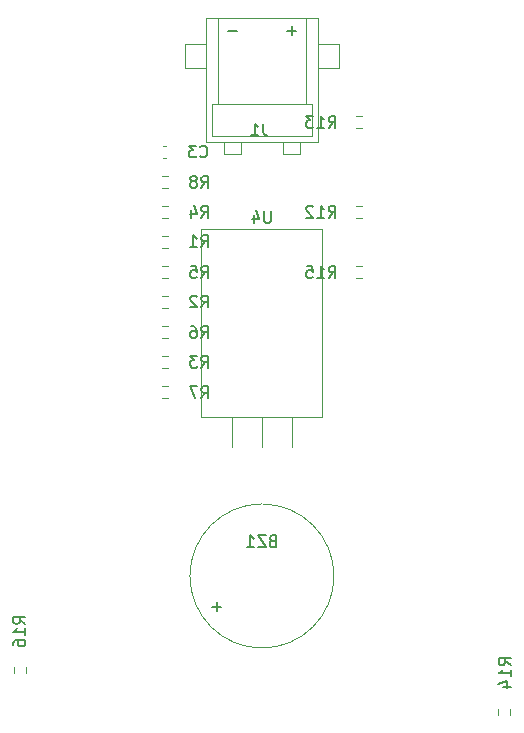
<source format=gbr>
%TF.GenerationSoftware,KiCad,Pcbnew,(6.0.7)*%
%TF.CreationDate,2022-11-12T16:10:30-08:00*%
%TF.ProjectId,Cublic,4375626c-6963-42e6-9b69-6361645f7063,rev?*%
%TF.SameCoordinates,Original*%
%TF.FileFunction,Legend,Bot*%
%TF.FilePolarity,Positive*%
%FSLAX46Y46*%
G04 Gerber Fmt 4.6, Leading zero omitted, Abs format (unit mm)*
G04 Created by KiCad (PCBNEW (6.0.7)) date 2022-11-12 16:10:30*
%MOMM*%
%LPD*%
G01*
G04 APERTURE LIST*
%ADD10C,0.150000*%
%ADD11C,0.120000*%
G04 APERTURE END LIST*
D10*
%TO.C,R16*%
X-20047619Y-54557142D02*
X-20523809Y-54223809D01*
X-20047619Y-53985714D02*
X-21047619Y-53985714D01*
X-21047619Y-54366666D01*
X-21000000Y-54461904D01*
X-20952380Y-54509523D01*
X-20857142Y-54557142D01*
X-20714285Y-54557142D01*
X-20619047Y-54509523D01*
X-20571428Y-54461904D01*
X-20523809Y-54366666D01*
X-20523809Y-53985714D01*
X-20047619Y-55509523D02*
X-20047619Y-54938095D01*
X-20047619Y-55223809D02*
X-21047619Y-55223809D01*
X-20904761Y-55128571D01*
X-20809523Y-55033333D01*
X-20761904Y-54938095D01*
X-21047619Y-56366666D02*
X-21047619Y-56176190D01*
X-21000000Y-56080952D01*
X-20952380Y-56033333D01*
X-20809523Y-55938095D01*
X-20619047Y-55890476D01*
X-20238095Y-55890476D01*
X-20142857Y-55938095D01*
X-20095238Y-55985714D01*
X-20047619Y-56080952D01*
X-20047619Y-56271428D01*
X-20095238Y-56366666D01*
X-20142857Y-56414285D01*
X-20238095Y-56461904D01*
X-20476190Y-56461904D01*
X-20571428Y-56414285D01*
X-20619047Y-56366666D01*
X-20666666Y-56271428D01*
X-20666666Y-56080952D01*
X-20619047Y-55985714D01*
X-20571428Y-55938095D01*
X-20476190Y-55890476D01*
%TO.C,R14*%
X21052380Y-58057142D02*
X20576190Y-57723809D01*
X21052380Y-57485714D02*
X20052380Y-57485714D01*
X20052380Y-57866666D01*
X20100000Y-57961904D01*
X20147619Y-58009523D01*
X20242857Y-58057142D01*
X20385714Y-58057142D01*
X20480952Y-58009523D01*
X20528571Y-57961904D01*
X20576190Y-57866666D01*
X20576190Y-57485714D01*
X21052380Y-59009523D02*
X21052380Y-58438095D01*
X21052380Y-58723809D02*
X20052380Y-58723809D01*
X20195238Y-58628571D01*
X20290476Y-58533333D01*
X20338095Y-58438095D01*
X20385714Y-59866666D02*
X21052380Y-59866666D01*
X20004761Y-59628571D02*
X20719047Y-59390476D01*
X20719047Y-60009523D01*
%TO.C,R7*%
X-5133333Y-35452380D02*
X-4800000Y-34976190D01*
X-4561904Y-35452380D02*
X-4561904Y-34452380D01*
X-4942857Y-34452380D01*
X-5038095Y-34500000D01*
X-5085714Y-34547619D01*
X-5133333Y-34642857D01*
X-5133333Y-34785714D01*
X-5085714Y-34880952D01*
X-5038095Y-34928571D01*
X-4942857Y-34976190D01*
X-4561904Y-34976190D01*
X-5466666Y-34452380D02*
X-6133333Y-34452380D01*
X-5704761Y-35452380D01*
%TO.C,R1*%
X-5133333Y-22652380D02*
X-4800000Y-22176190D01*
X-4561904Y-22652380D02*
X-4561904Y-21652380D01*
X-4942857Y-21652380D01*
X-5038095Y-21700000D01*
X-5085714Y-21747619D01*
X-5133333Y-21842857D01*
X-5133333Y-21985714D01*
X-5085714Y-22080952D01*
X-5038095Y-22128571D01*
X-4942857Y-22176190D01*
X-4561904Y-22176190D01*
X-6085714Y-22652380D02*
X-5514285Y-22652380D01*
X-5799999Y-22652380D02*
X-5799999Y-21652380D01*
X-5704761Y-21795238D01*
X-5609523Y-21890476D01*
X-5514285Y-21938095D01*
%TO.C,R5*%
X-5133333Y-25252380D02*
X-4800000Y-24776190D01*
X-4561904Y-25252380D02*
X-4561904Y-24252380D01*
X-4942857Y-24252380D01*
X-5038095Y-24300000D01*
X-5085714Y-24347619D01*
X-5133333Y-24442857D01*
X-5133333Y-24585714D01*
X-5085714Y-24680952D01*
X-5038095Y-24728571D01*
X-4942857Y-24776190D01*
X-4561904Y-24776190D01*
X-6038095Y-24252380D02*
X-5561904Y-24252380D01*
X-5514285Y-24728571D01*
X-5561904Y-24680952D01*
X-5657142Y-24633333D01*
X-5895238Y-24633333D01*
X-5990476Y-24680952D01*
X-6038095Y-24728571D01*
X-6085714Y-24823809D01*
X-6085714Y-25061904D01*
X-6038095Y-25157142D01*
X-5990476Y-25204761D01*
X-5895238Y-25252380D01*
X-5657142Y-25252380D01*
X-5561904Y-25204761D01*
X-5514285Y-25157142D01*
%TO.C,R2*%
X-5133333Y-27752380D02*
X-4800000Y-27276190D01*
X-4561904Y-27752380D02*
X-4561904Y-26752380D01*
X-4942857Y-26752380D01*
X-5038095Y-26800000D01*
X-5085714Y-26847619D01*
X-5133333Y-26942857D01*
X-5133333Y-27085714D01*
X-5085714Y-27180952D01*
X-5038095Y-27228571D01*
X-4942857Y-27276190D01*
X-4561904Y-27276190D01*
X-5514285Y-26847619D02*
X-5561904Y-26800000D01*
X-5657142Y-26752380D01*
X-5895238Y-26752380D01*
X-5990476Y-26800000D01*
X-6038095Y-26847619D01*
X-6085714Y-26942857D01*
X-6085714Y-27038095D01*
X-6038095Y-27180952D01*
X-5466666Y-27752380D01*
X-6085714Y-27752380D01*
%TO.C,C3*%
X-5233333Y-14957142D02*
X-5185714Y-15004761D01*
X-5042857Y-15052380D01*
X-4947619Y-15052380D01*
X-4804761Y-15004761D01*
X-4709523Y-14909523D01*
X-4661904Y-14814285D01*
X-4614285Y-14623809D01*
X-4614285Y-14480952D01*
X-4661904Y-14290476D01*
X-4709523Y-14195238D01*
X-4804761Y-14100000D01*
X-4947619Y-14052380D01*
X-5042857Y-14052380D01*
X-5185714Y-14100000D01*
X-5233333Y-14147619D01*
X-5566666Y-14052380D02*
X-6185714Y-14052380D01*
X-5852380Y-14433333D01*
X-5995238Y-14433333D01*
X-6090476Y-14480952D01*
X-6138095Y-14528571D01*
X-6185714Y-14623809D01*
X-6185714Y-14861904D01*
X-6138095Y-14957142D01*
X-6090476Y-15004761D01*
X-5995238Y-15052380D01*
X-5709523Y-15052380D01*
X-5614285Y-15004761D01*
X-5566666Y-14957142D01*
%TO.C,U4*%
X761904Y-19602380D02*
X761904Y-20411904D01*
X714285Y-20507142D01*
X666666Y-20554761D01*
X571428Y-20602380D01*
X380952Y-20602380D01*
X285714Y-20554761D01*
X238095Y-20507142D01*
X190476Y-20411904D01*
X190476Y-19602380D01*
X-714285Y-19935714D02*
X-714285Y-20602380D01*
X-476190Y-19554761D02*
X-238095Y-20269047D01*
X-857142Y-20269047D01*
%TO.C,BZ1*%
X880952Y-47528571D02*
X738095Y-47576190D01*
X690476Y-47623809D01*
X642857Y-47719047D01*
X642857Y-47861904D01*
X690476Y-47957142D01*
X738095Y-48004761D01*
X833333Y-48052380D01*
X1214285Y-48052380D01*
X1214285Y-47052380D01*
X880952Y-47052380D01*
X785714Y-47100000D01*
X738095Y-47147619D01*
X690476Y-47242857D01*
X690476Y-47338095D01*
X738095Y-47433333D01*
X785714Y-47480952D01*
X880952Y-47528571D01*
X1214285Y-47528571D01*
X309523Y-47052380D02*
X-357142Y-47052380D01*
X309523Y-48052380D01*
X-357142Y-48052380D01*
X-1261904Y-48052380D02*
X-690476Y-48052380D01*
X-976190Y-48052380D02*
X-976190Y-47052380D01*
X-880952Y-47195238D01*
X-785714Y-47290476D01*
X-690476Y-47338095D01*
X-3429047Y-53111428D02*
X-4190952Y-53111428D01*
X-3810000Y-53492380D02*
X-3810000Y-52730476D01*
%TO.C,R4*%
X-5133333Y-20152380D02*
X-4800000Y-19676190D01*
X-4561904Y-20152380D02*
X-4561904Y-19152380D01*
X-4942857Y-19152380D01*
X-5038095Y-19200000D01*
X-5085714Y-19247619D01*
X-5133333Y-19342857D01*
X-5133333Y-19485714D01*
X-5085714Y-19580952D01*
X-5038095Y-19628571D01*
X-4942857Y-19676190D01*
X-4561904Y-19676190D01*
X-5990476Y-19485714D02*
X-5990476Y-20152380D01*
X-5752380Y-19104761D02*
X-5514285Y-19819047D01*
X-6133333Y-19819047D01*
%TO.C,R8*%
X-5133333Y-17652380D02*
X-4800000Y-17176190D01*
X-4561904Y-17652380D02*
X-4561904Y-16652380D01*
X-4942857Y-16652380D01*
X-5038095Y-16700000D01*
X-5085714Y-16747619D01*
X-5133333Y-16842857D01*
X-5133333Y-16985714D01*
X-5085714Y-17080952D01*
X-5038095Y-17128571D01*
X-4942857Y-17176190D01*
X-4561904Y-17176190D01*
X-5704761Y-17080952D02*
X-5609523Y-17033333D01*
X-5561904Y-16985714D01*
X-5514285Y-16890476D01*
X-5514285Y-16842857D01*
X-5561904Y-16747619D01*
X-5609523Y-16700000D01*
X-5704761Y-16652380D01*
X-5895238Y-16652380D01*
X-5990476Y-16700000D01*
X-6038095Y-16747619D01*
X-6085714Y-16842857D01*
X-6085714Y-16890476D01*
X-6038095Y-16985714D01*
X-5990476Y-17033333D01*
X-5895238Y-17080952D01*
X-5704761Y-17080952D01*
X-5609523Y-17128571D01*
X-5561904Y-17176190D01*
X-5514285Y-17271428D01*
X-5514285Y-17461904D01*
X-5561904Y-17557142D01*
X-5609523Y-17604761D01*
X-5704761Y-17652380D01*
X-5895238Y-17652380D01*
X-5990476Y-17604761D01*
X-6038095Y-17557142D01*
X-6085714Y-17461904D01*
X-6085714Y-17271428D01*
X-6038095Y-17176190D01*
X-5990476Y-17128571D01*
X-5895238Y-17080952D01*
%TO.C,R6*%
X-5133333Y-30352380D02*
X-4800000Y-29876190D01*
X-4561904Y-30352380D02*
X-4561904Y-29352380D01*
X-4942857Y-29352380D01*
X-5038095Y-29400000D01*
X-5085714Y-29447619D01*
X-5133333Y-29542857D01*
X-5133333Y-29685714D01*
X-5085714Y-29780952D01*
X-5038095Y-29828571D01*
X-4942857Y-29876190D01*
X-4561904Y-29876190D01*
X-5990476Y-29352380D02*
X-5799999Y-29352380D01*
X-5704761Y-29400000D01*
X-5657142Y-29447619D01*
X-5561904Y-29590476D01*
X-5514285Y-29780952D01*
X-5514285Y-30161904D01*
X-5561904Y-30257142D01*
X-5609523Y-30304761D01*
X-5704761Y-30352380D01*
X-5895238Y-30352380D01*
X-5990476Y-30304761D01*
X-6038095Y-30257142D01*
X-6085714Y-30161904D01*
X-6085714Y-29923809D01*
X-6038095Y-29828571D01*
X-5990476Y-29780952D01*
X-5895238Y-29733333D01*
X-5704761Y-29733333D01*
X-5609523Y-29780952D01*
X-5561904Y-29828571D01*
X-5514285Y-29923809D01*
%TO.C,R12*%
X5642857Y-20152380D02*
X5976190Y-19676190D01*
X6214285Y-20152380D02*
X6214285Y-19152380D01*
X5833333Y-19152380D01*
X5738095Y-19200000D01*
X5690476Y-19247619D01*
X5642857Y-19342857D01*
X5642857Y-19485714D01*
X5690476Y-19580952D01*
X5738095Y-19628571D01*
X5833333Y-19676190D01*
X6214285Y-19676190D01*
X4690476Y-20152380D02*
X5261904Y-20152380D01*
X4976190Y-20152380D02*
X4976190Y-19152380D01*
X5071428Y-19295238D01*
X5166666Y-19390476D01*
X5261904Y-19438095D01*
X4309523Y-19247619D02*
X4261904Y-19200000D01*
X4166666Y-19152380D01*
X3928571Y-19152380D01*
X3833333Y-19200000D01*
X3785714Y-19247619D01*
X3738095Y-19342857D01*
X3738095Y-19438095D01*
X3785714Y-19580952D01*
X4357142Y-20152380D01*
X3738095Y-20152380D01*
%TO.C,R13*%
X5642857Y-12552380D02*
X5976190Y-12076190D01*
X6214285Y-12552380D02*
X6214285Y-11552380D01*
X5833333Y-11552380D01*
X5738095Y-11600000D01*
X5690476Y-11647619D01*
X5642857Y-11742857D01*
X5642857Y-11885714D01*
X5690476Y-11980952D01*
X5738095Y-12028571D01*
X5833333Y-12076190D01*
X6214285Y-12076190D01*
X4690476Y-12552380D02*
X5261904Y-12552380D01*
X4976190Y-12552380D02*
X4976190Y-11552380D01*
X5071428Y-11695238D01*
X5166666Y-11790476D01*
X5261904Y-11838095D01*
X4357142Y-11552380D02*
X3738095Y-11552380D01*
X4071428Y-11933333D01*
X3928571Y-11933333D01*
X3833333Y-11980952D01*
X3785714Y-12028571D01*
X3738095Y-12123809D01*
X3738095Y-12361904D01*
X3785714Y-12457142D01*
X3833333Y-12504761D01*
X3928571Y-12552380D01*
X4214285Y-12552380D01*
X4309523Y-12504761D01*
X4357142Y-12457142D01*
%TO.C,R15*%
X5642857Y-25252380D02*
X5976190Y-24776190D01*
X6214285Y-25252380D02*
X6214285Y-24252380D01*
X5833333Y-24252380D01*
X5738095Y-24300000D01*
X5690476Y-24347619D01*
X5642857Y-24442857D01*
X5642857Y-24585714D01*
X5690476Y-24680952D01*
X5738095Y-24728571D01*
X5833333Y-24776190D01*
X6214285Y-24776190D01*
X4690476Y-25252380D02*
X5261904Y-25252380D01*
X4976190Y-25252380D02*
X4976190Y-24252380D01*
X5071428Y-24395238D01*
X5166666Y-24490476D01*
X5261904Y-24538095D01*
X3785714Y-24252380D02*
X4261904Y-24252380D01*
X4309523Y-24728571D01*
X4261904Y-24680952D01*
X4166666Y-24633333D01*
X3928571Y-24633333D01*
X3833333Y-24680952D01*
X3785714Y-24728571D01*
X3738095Y-24823809D01*
X3738095Y-25061904D01*
X3785714Y-25157142D01*
X3833333Y-25204761D01*
X3928571Y-25252380D01*
X4166666Y-25252380D01*
X4261904Y-25204761D01*
X4309523Y-25157142D01*
%TO.C,J1*%
X83333Y-12202380D02*
X83333Y-12916666D01*
X130952Y-13059523D01*
X226190Y-13154761D01*
X369047Y-13202380D01*
X464285Y-13202380D01*
X-916666Y-13202380D02*
X-345238Y-13202380D01*
X-630952Y-13202380D02*
X-630952Y-12202380D01*
X-535714Y-12345238D01*
X-440476Y-12440476D01*
X-345238Y-12488095D01*
X2904761Y-4321428D02*
X2142857Y-4321428D01*
X2523809Y-4702380D02*
X2523809Y-3940476D01*
X-2142857Y-4321428D02*
X-2904761Y-4321428D01*
%TO.C,R3*%
X-5133333Y-32852380D02*
X-4800000Y-32376190D01*
X-4561904Y-32852380D02*
X-4561904Y-31852380D01*
X-4942857Y-31852380D01*
X-5038095Y-31900000D01*
X-5085714Y-31947619D01*
X-5133333Y-32042857D01*
X-5133333Y-32185714D01*
X-5085714Y-32280952D01*
X-5038095Y-32328571D01*
X-4942857Y-32376190D01*
X-4561904Y-32376190D01*
X-5466666Y-31852380D02*
X-6085714Y-31852380D01*
X-5752380Y-32233333D01*
X-5895238Y-32233333D01*
X-5990476Y-32280952D01*
X-6038095Y-32328571D01*
X-6085714Y-32423809D01*
X-6085714Y-32661904D01*
X-6038095Y-32757142D01*
X-5990476Y-32804761D01*
X-5895238Y-32852380D01*
X-5609523Y-32852380D01*
X-5514285Y-32804761D01*
X-5466666Y-32757142D01*
D11*
%TO.C,R16*%
X-21022500Y-58754724D02*
X-21022500Y-58245276D01*
X-19977500Y-58754724D02*
X-19977500Y-58245276D01*
%TO.C,R14*%
X19977500Y-61745276D02*
X19977500Y-62254724D01*
X21022500Y-61745276D02*
X21022500Y-62254724D01*
%TO.C,R7*%
X-7995276Y-35422500D02*
X-8504724Y-35422500D01*
X-7995276Y-34377500D02*
X-8504724Y-34377500D01*
%TO.C,R1*%
X-7995276Y-22722500D02*
X-8504724Y-22722500D01*
X-7995276Y-21677500D02*
X-8504724Y-21677500D01*
%TO.C,R5*%
X-7995276Y-24217500D02*
X-8504724Y-24217500D01*
X-7995276Y-25262500D02*
X-8504724Y-25262500D01*
%TO.C,R2*%
X-7995276Y-27802500D02*
X-8504724Y-27802500D01*
X-7995276Y-26757500D02*
X-8504724Y-26757500D01*
%TO.C,C3*%
X-8396267Y-14070000D02*
X-8103733Y-14070000D01*
X-8396267Y-15090000D02*
X-8103733Y-15090000D01*
%TO.C,U4*%
X0Y-37040000D02*
X0Y-39580000D01*
X-5120000Y-21150000D02*
X-5120000Y-37040000D01*
X5120000Y-21150000D02*
X-5120000Y-21150000D01*
X5120000Y-21150000D02*
X5120000Y-37040000D01*
X-2540000Y-37040000D02*
X-2540000Y-39580000D01*
X2540000Y-37040000D02*
X2540000Y-39580000D01*
X5120000Y-37040000D02*
X-5120000Y-37040000D01*
%TO.C,BZ1*%
X6100000Y-50500000D02*
G75*
G03*
X6100000Y-50500000I-6100000J0D01*
G01*
%TO.C,R4*%
X-7995276Y-20182500D02*
X-8504724Y-20182500D01*
X-7995276Y-19137500D02*
X-8504724Y-19137500D01*
%TO.C,R8*%
X-8504724Y-17642500D02*
X-7995276Y-17642500D01*
X-8504724Y-16597500D02*
X-7995276Y-16597500D01*
%TO.C,R6*%
X-7995276Y-29297500D02*
X-8504724Y-29297500D01*
X-7995276Y-30342500D02*
X-8504724Y-30342500D01*
%TO.C,R12*%
X7995276Y-19137500D02*
X8504724Y-19137500D01*
X7995276Y-20182500D02*
X8504724Y-20182500D01*
%TO.C,R13*%
X7995276Y-11517500D02*
X8504724Y-11517500D01*
X7995276Y-12562500D02*
X8504724Y-12562500D01*
%TO.C,R15*%
X8504724Y-25262500D02*
X7995276Y-25262500D01*
X8504724Y-24217500D02*
X7995276Y-24217500D01*
%TO.C,J1*%
X4750000Y-3250000D02*
X-4750000Y-3250000D01*
X1750000Y-13750000D02*
X1750000Y-14750000D01*
X-4250000Y-13250000D02*
X4250000Y-13250000D01*
X3750000Y-10500000D02*
X3750000Y-3250000D01*
X-6500000Y-5500000D02*
X-6500000Y-7500000D01*
X-4750000Y-5500000D02*
X-6500000Y-5500000D01*
X6500000Y-5500000D02*
X6500000Y-7500000D01*
X-4750000Y-3250000D02*
X-4750000Y-13750000D01*
X-4000000Y-10500000D02*
X4000000Y-10500000D01*
X3250000Y-14750000D02*
X3250000Y-13750000D01*
X-6500000Y-7500000D02*
X-4750000Y-7500000D01*
X-1750000Y-14750000D02*
X-1750000Y-13750000D01*
X1750000Y-14750000D02*
X3250000Y-14750000D01*
X-3250000Y-13750000D02*
X-3250000Y-14750000D01*
X6500000Y-7500000D02*
X4750000Y-7500000D01*
X4750000Y-5500000D02*
X6500000Y-5500000D01*
X-4250000Y-10500000D02*
X-4250000Y-13250000D01*
X4250000Y-10500000D02*
X4000000Y-10500000D01*
X-4750000Y-13750000D02*
X4750000Y-13750000D01*
X4750000Y-13750000D02*
X4750000Y-3250000D01*
X4250000Y-13250000D02*
X4250000Y-10500000D01*
X-3250000Y-14750000D02*
X-1750000Y-14750000D01*
X-3750000Y-3250000D02*
X-3750000Y-10500000D01*
X-4000000Y-10500000D02*
X-4250000Y-10500000D01*
%TO.C,R3*%
X-7995276Y-31837500D02*
X-8504724Y-31837500D01*
X-7995276Y-32882500D02*
X-8504724Y-32882500D01*
%TD*%
M02*

</source>
